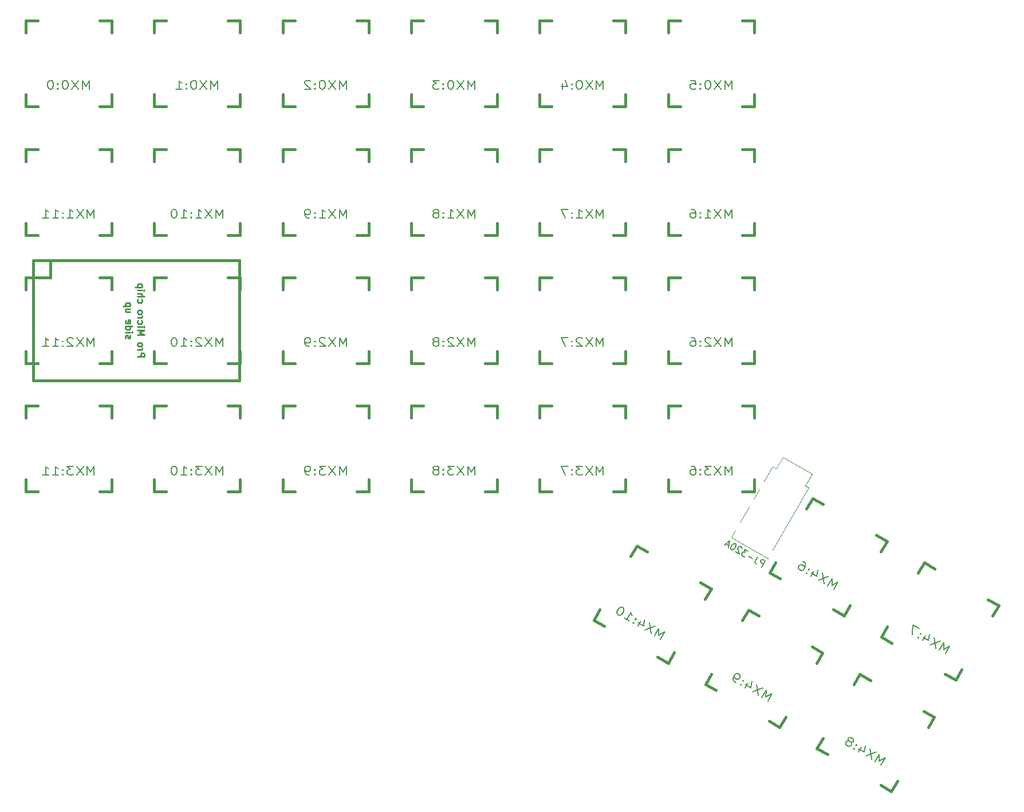
<source format=gbo>
G04 #@! TF.FileFunction,Legend,Bot*
%FSLAX46Y46*%
G04 Gerber Fmt 4.6, Leading zero omitted, Abs format (unit mm)*
G04 Created by KiCad (PCBNEW 4.0.7) date 2017 December 06, Wednesday 22:25:54*
%MOMM*%
%LPD*%
G01*
G04 APERTURE LIST*
%ADD10C,0.100000*%
%ADD11C,0.150000*%
%ADD12C,0.250000*%
%ADD13C,0.381000*%
%ADD14C,0.120000*%
%ADD15C,0.203200*%
G04 APERTURE END LIST*
D10*
D11*
X191474984Y-113451297D02*
X191974984Y-112585272D01*
X191645069Y-112394796D01*
X191538781Y-112388416D01*
X191473733Y-112405846D01*
X191384874Y-112464515D01*
X191313446Y-112588232D01*
X191307066Y-112694520D01*
X191324496Y-112759569D01*
X191383165Y-112848427D01*
X191713080Y-113038904D01*
X190861522Y-111942415D02*
X190504379Y-112561004D01*
X190474191Y-112708532D01*
X190509051Y-112838630D01*
X190608959Y-112951297D01*
X190691437Y-112998916D01*
X190139606Y-112240431D02*
X189479777Y-111859478D01*
X189459387Y-111132891D02*
X188923275Y-110823367D01*
X189021475Y-111319948D01*
X188897756Y-111248519D01*
X188791468Y-111242139D01*
X188726420Y-111259569D01*
X188637561Y-111318239D01*
X188518513Y-111524435D01*
X188512134Y-111630723D01*
X188529563Y-111695772D01*
X188588232Y-111784630D01*
X188835669Y-111927488D01*
X188941957Y-111933868D01*
X189007006Y-111916438D01*
X188545742Y-110715370D02*
X188528312Y-110650321D01*
X188469643Y-110561463D01*
X188263446Y-110442415D01*
X188157158Y-110436035D01*
X188092109Y-110453465D01*
X188003251Y-110512134D01*
X187955632Y-110594612D01*
X187925443Y-110742139D01*
X188134600Y-111522726D01*
X187598489Y-111213202D01*
X187562379Y-110037653D02*
X187479899Y-109990034D01*
X187373611Y-109983654D01*
X187308563Y-110001084D01*
X187219704Y-110059753D01*
X187083227Y-110200900D01*
X186964179Y-110407097D01*
X186910180Y-110595864D01*
X186903801Y-110702152D01*
X186921230Y-110767201D01*
X186979899Y-110856059D01*
X187062379Y-110903678D01*
X187168667Y-110910058D01*
X187233716Y-110892628D01*
X187322574Y-110833959D01*
X187459051Y-110692812D01*
X187578099Y-110486615D01*
X187632098Y-110297848D01*
X187638478Y-110191560D01*
X187621048Y-110126511D01*
X187562379Y-110037653D01*
X186586646Y-110299100D02*
X186174252Y-110061004D01*
X186526267Y-110594154D02*
X186737593Y-109561463D01*
X185948917Y-110260821D01*
D12*
X99172619Y-82357143D02*
X100172619Y-82357143D01*
X100172619Y-81976190D01*
X100125000Y-81880952D01*
X100077381Y-81833333D01*
X99982143Y-81785714D01*
X99839286Y-81785714D01*
X99744048Y-81833333D01*
X99696429Y-81880952D01*
X99648810Y-81976190D01*
X99648810Y-82357143D01*
X99172619Y-81357143D02*
X99839286Y-81357143D01*
X99648810Y-81357143D02*
X99744048Y-81309524D01*
X99791667Y-81261905D01*
X99839286Y-81166667D01*
X99839286Y-81071428D01*
X99172619Y-80595238D02*
X99220238Y-80690476D01*
X99267857Y-80738095D01*
X99363095Y-80785714D01*
X99648810Y-80785714D01*
X99744048Y-80738095D01*
X99791667Y-80690476D01*
X99839286Y-80595238D01*
X99839286Y-80452380D01*
X99791667Y-80357142D01*
X99744048Y-80309523D01*
X99648810Y-80261904D01*
X99363095Y-80261904D01*
X99267857Y-80309523D01*
X99220238Y-80357142D01*
X99172619Y-80452380D01*
X99172619Y-80595238D01*
X99172619Y-79071428D02*
X100172619Y-79071428D01*
X99458333Y-78738094D01*
X100172619Y-78404761D01*
X99172619Y-78404761D01*
X99172619Y-77928571D02*
X99839286Y-77928571D01*
X100172619Y-77928571D02*
X100125000Y-77976190D01*
X100077381Y-77928571D01*
X100125000Y-77880952D01*
X100172619Y-77928571D01*
X100077381Y-77928571D01*
X99220238Y-77023809D02*
X99172619Y-77119047D01*
X99172619Y-77309524D01*
X99220238Y-77404762D01*
X99267857Y-77452381D01*
X99363095Y-77500000D01*
X99648810Y-77500000D01*
X99744048Y-77452381D01*
X99791667Y-77404762D01*
X99839286Y-77309524D01*
X99839286Y-77119047D01*
X99791667Y-77023809D01*
X99172619Y-76595238D02*
X99839286Y-76595238D01*
X99648810Y-76595238D02*
X99744048Y-76547619D01*
X99791667Y-76500000D01*
X99839286Y-76404762D01*
X99839286Y-76309523D01*
X99172619Y-75833333D02*
X99220238Y-75928571D01*
X99267857Y-75976190D01*
X99363095Y-76023809D01*
X99648810Y-76023809D01*
X99744048Y-75976190D01*
X99791667Y-75928571D01*
X99839286Y-75833333D01*
X99839286Y-75690475D01*
X99791667Y-75595237D01*
X99744048Y-75547618D01*
X99648810Y-75499999D01*
X99363095Y-75499999D01*
X99267857Y-75547618D01*
X99220238Y-75595237D01*
X99172619Y-75690475D01*
X99172619Y-75833333D01*
X99220238Y-73880951D02*
X99172619Y-73976189D01*
X99172619Y-74166666D01*
X99220238Y-74261904D01*
X99267857Y-74309523D01*
X99363095Y-74357142D01*
X99648810Y-74357142D01*
X99744048Y-74309523D01*
X99791667Y-74261904D01*
X99839286Y-74166666D01*
X99839286Y-73976189D01*
X99791667Y-73880951D01*
X99172619Y-73452380D02*
X100172619Y-73452380D01*
X99172619Y-73023808D02*
X99696429Y-73023808D01*
X99791667Y-73071427D01*
X99839286Y-73166665D01*
X99839286Y-73309523D01*
X99791667Y-73404761D01*
X99744048Y-73452380D01*
X99172619Y-72547618D02*
X99839286Y-72547618D01*
X100172619Y-72547618D02*
X100125000Y-72595237D01*
X100077381Y-72547618D01*
X100125000Y-72499999D01*
X100172619Y-72547618D01*
X100077381Y-72547618D01*
X99839286Y-72071428D02*
X98839286Y-72071428D01*
X99791667Y-72071428D02*
X99839286Y-71976190D01*
X99839286Y-71785713D01*
X99791667Y-71690475D01*
X99744048Y-71642856D01*
X99648810Y-71595237D01*
X99363095Y-71595237D01*
X99267857Y-71642856D01*
X99220238Y-71690475D01*
X99172619Y-71785713D01*
X99172619Y-71976190D01*
X99220238Y-72071428D01*
X97470238Y-79619048D02*
X97422619Y-79523810D01*
X97422619Y-79333334D01*
X97470238Y-79238095D01*
X97565476Y-79190476D01*
X97613095Y-79190476D01*
X97708333Y-79238095D01*
X97755952Y-79333334D01*
X97755952Y-79476191D01*
X97803571Y-79571429D01*
X97898810Y-79619048D01*
X97946429Y-79619048D01*
X98041667Y-79571429D01*
X98089286Y-79476191D01*
X98089286Y-79333334D01*
X98041667Y-79238095D01*
X97422619Y-78761905D02*
X98089286Y-78761905D01*
X98422619Y-78761905D02*
X98375000Y-78809524D01*
X98327381Y-78761905D01*
X98375000Y-78714286D01*
X98422619Y-78761905D01*
X98327381Y-78761905D01*
X97422619Y-77857143D02*
X98422619Y-77857143D01*
X97470238Y-77857143D02*
X97422619Y-77952381D01*
X97422619Y-78142858D01*
X97470238Y-78238096D01*
X97517857Y-78285715D01*
X97613095Y-78333334D01*
X97898810Y-78333334D01*
X97994048Y-78285715D01*
X98041667Y-78238096D01*
X98089286Y-78142858D01*
X98089286Y-77952381D01*
X98041667Y-77857143D01*
X97470238Y-77000000D02*
X97422619Y-77095238D01*
X97422619Y-77285715D01*
X97470238Y-77380953D01*
X97565476Y-77428572D01*
X97946429Y-77428572D01*
X98041667Y-77380953D01*
X98089286Y-77285715D01*
X98089286Y-77095238D01*
X98041667Y-77000000D01*
X97946429Y-76952381D01*
X97851190Y-76952381D01*
X97755952Y-77428572D01*
X98089286Y-75333333D02*
X97422619Y-75333333D01*
X98089286Y-75761905D02*
X97565476Y-75761905D01*
X97470238Y-75714286D01*
X97422619Y-75619048D01*
X97422619Y-75476190D01*
X97470238Y-75380952D01*
X97517857Y-75333333D01*
X98089286Y-74857143D02*
X97089286Y-74857143D01*
X98041667Y-74857143D02*
X98089286Y-74761905D01*
X98089286Y-74571428D01*
X98041667Y-74476190D01*
X97994048Y-74428571D01*
X97898810Y-74380952D01*
X97613095Y-74380952D01*
X97517857Y-74428571D01*
X97470238Y-74476190D01*
X97422619Y-74571428D01*
X97422619Y-74761905D01*
X97470238Y-74857143D01*
D13*
X190350000Y-70650000D02*
X188572000Y-70650000D01*
X179428000Y-70650000D02*
X177650000Y-70650000D01*
X177650000Y-70650000D02*
X177650000Y-72428000D01*
X177650000Y-81572000D02*
X177650000Y-83350000D01*
X177650000Y-83350000D02*
X179428000Y-83350000D01*
X188572000Y-83350000D02*
X190350000Y-83350000D01*
X190350000Y-83350000D02*
X190350000Y-81572000D01*
X190350000Y-72428000D02*
X190350000Y-70650000D01*
X114350000Y-70650000D02*
X112572000Y-70650000D01*
X103428000Y-70650000D02*
X101650000Y-70650000D01*
X101650000Y-70650000D02*
X101650000Y-72428000D01*
X101650000Y-81572000D02*
X101650000Y-83350000D01*
X101650000Y-83350000D02*
X103428000Y-83350000D01*
X112572000Y-83350000D02*
X114350000Y-83350000D01*
X114350000Y-83350000D02*
X114350000Y-81572000D01*
X114350000Y-72428000D02*
X114350000Y-70650000D01*
X190350000Y-51650000D02*
X188572000Y-51650000D01*
X179428000Y-51650000D02*
X177650000Y-51650000D01*
X177650000Y-51650000D02*
X177650000Y-53428000D01*
X177650000Y-62572000D02*
X177650000Y-64350000D01*
X177650000Y-64350000D02*
X179428000Y-64350000D01*
X188572000Y-64350000D02*
X190350000Y-64350000D01*
X190350000Y-64350000D02*
X190350000Y-62572000D01*
X190350000Y-53428000D02*
X190350000Y-51650000D01*
X114350000Y-51650000D02*
X112572000Y-51650000D01*
X103428000Y-51650000D02*
X101650000Y-51650000D01*
X101650000Y-51650000D02*
X101650000Y-53428000D01*
X101650000Y-62572000D02*
X101650000Y-64350000D01*
X101650000Y-64350000D02*
X103428000Y-64350000D01*
X112572000Y-64350000D02*
X114350000Y-64350000D01*
X114350000Y-64350000D02*
X114350000Y-62572000D01*
X114350000Y-53428000D02*
X114350000Y-51650000D01*
X171350000Y-70650000D02*
X169572000Y-70650000D01*
X160428000Y-70650000D02*
X158650000Y-70650000D01*
X158650000Y-70650000D02*
X158650000Y-72428000D01*
X158650000Y-81572000D02*
X158650000Y-83350000D01*
X158650000Y-83350000D02*
X160428000Y-83350000D01*
X169572000Y-83350000D02*
X171350000Y-83350000D01*
X171350000Y-83350000D02*
X171350000Y-81572000D01*
X171350000Y-72428000D02*
X171350000Y-70650000D01*
X95350000Y-70650000D02*
X93572000Y-70650000D01*
X84428000Y-70650000D02*
X82650000Y-70650000D01*
X82650000Y-70650000D02*
X82650000Y-72428000D01*
X82650000Y-81572000D02*
X82650000Y-83350000D01*
X82650000Y-83350000D02*
X84428000Y-83350000D01*
X93572000Y-83350000D02*
X95350000Y-83350000D01*
X95350000Y-83350000D02*
X95350000Y-81572000D01*
X95350000Y-72428000D02*
X95350000Y-70650000D01*
D14*
X197881986Y-101429088D02*
X198881986Y-99697037D01*
X193551859Y-98929088D02*
X194551859Y-97197037D01*
X194551859Y-97197037D02*
X198881986Y-99697037D01*
X197881986Y-101429088D02*
X198401602Y-101729088D01*
X193032244Y-98629088D02*
X193551859Y-98929088D01*
X192351602Y-112207995D02*
X186982244Y-109107995D01*
X193032244Y-98629088D02*
X191782244Y-100794152D01*
X191082244Y-102006587D02*
X190282244Y-103392228D01*
X189582244Y-104604663D02*
X188282244Y-106856329D01*
X187582244Y-108068765D02*
X186982244Y-109107995D01*
X192401602Y-112121393D02*
X192351602Y-112207995D01*
X193101602Y-110908957D02*
X198401602Y-101729088D01*
D13*
X95350000Y-51650000D02*
X93572000Y-51650000D01*
X84428000Y-51650000D02*
X82650000Y-51650000D01*
X82650000Y-51650000D02*
X82650000Y-53428000D01*
X82650000Y-62572000D02*
X82650000Y-64350000D01*
X82650000Y-64350000D02*
X84428000Y-64350000D01*
X93572000Y-64350000D02*
X95350000Y-64350000D01*
X95350000Y-64350000D02*
X95350000Y-62572000D01*
X95350000Y-53428000D02*
X95350000Y-51650000D01*
X133350000Y-51650000D02*
X131572000Y-51650000D01*
X122428000Y-51650000D02*
X120650000Y-51650000D01*
X120650000Y-51650000D02*
X120650000Y-53428000D01*
X120650000Y-62572000D02*
X120650000Y-64350000D01*
X120650000Y-64350000D02*
X122428000Y-64350000D01*
X131572000Y-64350000D02*
X133350000Y-64350000D01*
X133350000Y-64350000D02*
X133350000Y-62572000D01*
X133350000Y-53428000D02*
X133350000Y-51650000D01*
X152350000Y-51650000D02*
X150572000Y-51650000D01*
X141428000Y-51650000D02*
X139650000Y-51650000D01*
X139650000Y-51650000D02*
X139650000Y-53428000D01*
X139650000Y-62572000D02*
X139650000Y-64350000D01*
X139650000Y-64350000D02*
X141428000Y-64350000D01*
X150572000Y-64350000D02*
X152350000Y-64350000D01*
X152350000Y-64350000D02*
X152350000Y-62572000D01*
X152350000Y-53428000D02*
X152350000Y-51650000D01*
X171350000Y-51650000D02*
X169572000Y-51650000D01*
X160428000Y-51650000D02*
X158650000Y-51650000D01*
X158650000Y-51650000D02*
X158650000Y-53428000D01*
X158650000Y-62572000D02*
X158650000Y-64350000D01*
X158650000Y-64350000D02*
X160428000Y-64350000D01*
X169572000Y-64350000D02*
X171350000Y-64350000D01*
X171350000Y-64350000D02*
X171350000Y-62572000D01*
X171350000Y-53428000D02*
X171350000Y-51650000D01*
X133350000Y-70650000D02*
X131572000Y-70650000D01*
X122428000Y-70650000D02*
X120650000Y-70650000D01*
X120650000Y-70650000D02*
X120650000Y-72428000D01*
X120650000Y-81572000D02*
X120650000Y-83350000D01*
X120650000Y-83350000D02*
X122428000Y-83350000D01*
X131572000Y-83350000D02*
X133350000Y-83350000D01*
X133350000Y-83350000D02*
X133350000Y-81572000D01*
X133350000Y-72428000D02*
X133350000Y-70650000D01*
X152350000Y-70650000D02*
X150572000Y-70650000D01*
X141428000Y-70650000D02*
X139650000Y-70650000D01*
X139650000Y-70650000D02*
X139650000Y-72428000D01*
X139650000Y-81572000D02*
X139650000Y-83350000D01*
X139650000Y-83350000D02*
X141428000Y-83350000D01*
X150572000Y-83350000D02*
X152350000Y-83350000D01*
X152350000Y-83350000D02*
X152350000Y-81572000D01*
X152350000Y-72428000D02*
X152350000Y-70650000D01*
X95350000Y-89650000D02*
X93572000Y-89650000D01*
X84428000Y-89650000D02*
X82650000Y-89650000D01*
X82650000Y-89650000D02*
X82650000Y-91428000D01*
X82650000Y-100572000D02*
X82650000Y-102350000D01*
X82650000Y-102350000D02*
X84428000Y-102350000D01*
X93572000Y-102350000D02*
X95350000Y-102350000D01*
X95350000Y-102350000D02*
X95350000Y-100572000D01*
X95350000Y-91428000D02*
X95350000Y-89650000D01*
X114350000Y-89650000D02*
X112572000Y-89650000D01*
X103428000Y-89650000D02*
X101650000Y-89650000D01*
X101650000Y-89650000D02*
X101650000Y-91428000D01*
X101650000Y-100572000D02*
X101650000Y-102350000D01*
X101650000Y-102350000D02*
X103428000Y-102350000D01*
X112572000Y-102350000D02*
X114350000Y-102350000D01*
X114350000Y-102350000D02*
X114350000Y-100572000D01*
X114350000Y-91428000D02*
X114350000Y-89650000D01*
X133350000Y-89650000D02*
X131572000Y-89650000D01*
X122428000Y-89650000D02*
X120650000Y-89650000D01*
X120650000Y-89650000D02*
X120650000Y-91428000D01*
X120650000Y-100572000D02*
X120650000Y-102350000D01*
X120650000Y-102350000D02*
X122428000Y-102350000D01*
X131572000Y-102350000D02*
X133350000Y-102350000D01*
X133350000Y-102350000D02*
X133350000Y-100572000D01*
X133350000Y-91428000D02*
X133350000Y-89650000D01*
X152350000Y-89650000D02*
X150572000Y-89650000D01*
X141428000Y-89650000D02*
X139650000Y-89650000D01*
X139650000Y-89650000D02*
X139650000Y-91428000D01*
X139650000Y-100572000D02*
X139650000Y-102350000D01*
X139650000Y-102350000D02*
X141428000Y-102350000D01*
X150572000Y-102350000D02*
X152350000Y-102350000D01*
X152350000Y-102350000D02*
X152350000Y-100572000D01*
X152350000Y-91428000D02*
X152350000Y-89650000D01*
X171350000Y-89650000D02*
X169572000Y-89650000D01*
X160428000Y-89650000D02*
X158650000Y-89650000D01*
X158650000Y-89650000D02*
X158650000Y-91428000D01*
X158650000Y-100572000D02*
X158650000Y-102350000D01*
X158650000Y-102350000D02*
X160428000Y-102350000D01*
X169572000Y-102350000D02*
X171350000Y-102350000D01*
X171350000Y-102350000D02*
X171350000Y-100572000D01*
X171350000Y-91428000D02*
X171350000Y-89650000D01*
X190350000Y-89650000D02*
X188572000Y-89650000D01*
X179428000Y-89650000D02*
X177650000Y-89650000D01*
X177650000Y-89650000D02*
X177650000Y-91428000D01*
X177650000Y-100572000D02*
X177650000Y-102350000D01*
X177650000Y-102350000D02*
X179428000Y-102350000D01*
X188572000Y-102350000D02*
X190350000Y-102350000D01*
X190350000Y-102350000D02*
X190350000Y-100572000D01*
X190350000Y-91428000D02*
X190350000Y-89650000D01*
X183974261Y-116675739D02*
X182434468Y-115786739D01*
X174515532Y-111214739D02*
X172975739Y-110325739D01*
X172975739Y-110325739D02*
X172086739Y-111865532D01*
X167514739Y-119784468D02*
X166625739Y-121324261D01*
X166625739Y-121324261D02*
X168165532Y-122213261D01*
X176084468Y-126785261D02*
X177624261Y-127674261D01*
X177624261Y-127674261D02*
X178513261Y-126134468D01*
X183085261Y-118215532D02*
X183974261Y-116675739D01*
X200474261Y-126175739D02*
X198934468Y-125286739D01*
X191015532Y-120714739D02*
X189475739Y-119825739D01*
X189475739Y-119825739D02*
X188586739Y-121365532D01*
X184014739Y-129284468D02*
X183125739Y-130824261D01*
X183125739Y-130824261D02*
X184665532Y-131713261D01*
X192584468Y-136285261D02*
X194124261Y-137174261D01*
X194124261Y-137174261D02*
X195013261Y-135634468D01*
X199585261Y-127715532D02*
X200474261Y-126175739D01*
X216974261Y-135675739D02*
X215434468Y-134786739D01*
X207515532Y-130214739D02*
X205975739Y-129325739D01*
X205975739Y-129325739D02*
X205086739Y-130865532D01*
X200514739Y-138784468D02*
X199625739Y-140324261D01*
X199625739Y-140324261D02*
X201165532Y-141213261D01*
X209084468Y-145785261D02*
X210624261Y-146674261D01*
X210624261Y-146674261D02*
X211513261Y-145134468D01*
X216085261Y-137215532D02*
X216974261Y-135675739D01*
X226474261Y-119175739D02*
X224934468Y-118286739D01*
X217015532Y-113714739D02*
X215475739Y-112825739D01*
X215475739Y-112825739D02*
X214586739Y-114365532D01*
X210014739Y-122284468D02*
X209125739Y-123824261D01*
X209125739Y-123824261D02*
X210665532Y-124713261D01*
X218584468Y-129285261D02*
X220124261Y-130174261D01*
X220124261Y-130174261D02*
X221013261Y-128634468D01*
X225585261Y-120715532D02*
X226474261Y-119175739D01*
X209974261Y-109675739D02*
X208434468Y-108786739D01*
X200515532Y-104214739D02*
X198975739Y-103325739D01*
X198975739Y-103325739D02*
X198086739Y-104865532D01*
X193514739Y-112784468D02*
X192625739Y-114324261D01*
X192625739Y-114324261D02*
X194165532Y-115213261D01*
X202084468Y-119785261D02*
X203624261Y-120674261D01*
X203624261Y-120674261D02*
X204513261Y-119134468D01*
X209085261Y-111215532D02*
X209974261Y-109675739D01*
X83760000Y-85890000D02*
X83760000Y-68110000D01*
X83760000Y-68110000D02*
X114240000Y-68110000D01*
X114240000Y-68110000D02*
X114240000Y-85890000D01*
X114240000Y-85890000D02*
X83760000Y-85890000D01*
X83760000Y-70650000D02*
X86300000Y-70650000D01*
X86300000Y-70650000D02*
X86300000Y-68110000D01*
X95350000Y-32650000D02*
X93572000Y-32650000D01*
X84428000Y-32650000D02*
X82650000Y-32650000D01*
X82650000Y-32650000D02*
X82650000Y-34428000D01*
X82650000Y-43572000D02*
X82650000Y-45350000D01*
X82650000Y-45350000D02*
X84428000Y-45350000D01*
X93572000Y-45350000D02*
X95350000Y-45350000D01*
X95350000Y-45350000D02*
X95350000Y-43572000D01*
X95350000Y-34428000D02*
X95350000Y-32650000D01*
X114350000Y-32650000D02*
X112572000Y-32650000D01*
X103428000Y-32650000D02*
X101650000Y-32650000D01*
X101650000Y-32650000D02*
X101650000Y-34428000D01*
X101650000Y-43572000D02*
X101650000Y-45350000D01*
X101650000Y-45350000D02*
X103428000Y-45350000D01*
X112572000Y-45350000D02*
X114350000Y-45350000D01*
X114350000Y-45350000D02*
X114350000Y-43572000D01*
X114350000Y-34428000D02*
X114350000Y-32650000D01*
X133350000Y-32650000D02*
X131572000Y-32650000D01*
X122428000Y-32650000D02*
X120650000Y-32650000D01*
X120650000Y-32650000D02*
X120650000Y-34428000D01*
X120650000Y-43572000D02*
X120650000Y-45350000D01*
X120650000Y-45350000D02*
X122428000Y-45350000D01*
X131572000Y-45350000D02*
X133350000Y-45350000D01*
X133350000Y-45350000D02*
X133350000Y-43572000D01*
X133350000Y-34428000D02*
X133350000Y-32650000D01*
X152350000Y-32650000D02*
X150572000Y-32650000D01*
X141428000Y-32650000D02*
X139650000Y-32650000D01*
X139650000Y-32650000D02*
X139650000Y-34428000D01*
X139650000Y-43572000D02*
X139650000Y-45350000D01*
X139650000Y-45350000D02*
X141428000Y-45350000D01*
X150572000Y-45350000D02*
X152350000Y-45350000D01*
X152350000Y-45350000D02*
X152350000Y-43572000D01*
X152350000Y-34428000D02*
X152350000Y-32650000D01*
X171350000Y-32650000D02*
X169572000Y-32650000D01*
X160428000Y-32650000D02*
X158650000Y-32650000D01*
X158650000Y-32650000D02*
X158650000Y-34428000D01*
X158650000Y-43572000D02*
X158650000Y-45350000D01*
X158650000Y-45350000D02*
X160428000Y-45350000D01*
X169572000Y-45350000D02*
X171350000Y-45350000D01*
X171350000Y-45350000D02*
X171350000Y-43572000D01*
X171350000Y-34428000D02*
X171350000Y-32650000D01*
X190350000Y-32650000D02*
X188572000Y-32650000D01*
X179428000Y-32650000D02*
X177650000Y-32650000D01*
X177650000Y-32650000D02*
X177650000Y-34428000D01*
X177650000Y-43572000D02*
X177650000Y-45350000D01*
X177650000Y-45350000D02*
X179428000Y-45350000D01*
X188572000Y-45350000D02*
X190350000Y-45350000D01*
X190350000Y-45350000D02*
X190350000Y-43572000D01*
X190350000Y-34428000D02*
X190350000Y-32650000D01*
D15*
X187048000Y-80824524D02*
X187048000Y-79554524D01*
X186540000Y-80461667D01*
X186032000Y-79554524D01*
X186032000Y-80824524D01*
X185451429Y-79554524D02*
X184435429Y-80824524D01*
X184435429Y-79554524D02*
X185451429Y-80824524D01*
X183927428Y-79675476D02*
X183854857Y-79615000D01*
X183709714Y-79554524D01*
X183346857Y-79554524D01*
X183201714Y-79615000D01*
X183129143Y-79675476D01*
X183056571Y-79796429D01*
X183056571Y-79917381D01*
X183129143Y-80098810D01*
X184000000Y-80824524D01*
X183056571Y-80824524D01*
X182403428Y-80703571D02*
X182330856Y-80764048D01*
X182403428Y-80824524D01*
X182475999Y-80764048D01*
X182403428Y-80703571D01*
X182403428Y-80824524D01*
X182403428Y-80038333D02*
X182330856Y-80098810D01*
X182403428Y-80159286D01*
X182475999Y-80098810D01*
X182403428Y-80038333D01*
X182403428Y-80159286D01*
X181024571Y-79554524D02*
X181314857Y-79554524D01*
X181460000Y-79615000D01*
X181532571Y-79675476D01*
X181677714Y-79856905D01*
X181750285Y-80098810D01*
X181750285Y-80582619D01*
X181677714Y-80703571D01*
X181605142Y-80764048D01*
X181460000Y-80824524D01*
X181169714Y-80824524D01*
X181024571Y-80764048D01*
X180952000Y-80703571D01*
X180879428Y-80582619D01*
X180879428Y-80280238D01*
X180952000Y-80159286D01*
X181024571Y-80098810D01*
X181169714Y-80038333D01*
X181460000Y-80038333D01*
X181605142Y-80098810D01*
X181677714Y-80159286D01*
X181750285Y-80280238D01*
X111773715Y-80824524D02*
X111773715Y-79554524D01*
X111265715Y-80461667D01*
X110757715Y-79554524D01*
X110757715Y-80824524D01*
X110177144Y-79554524D02*
X109161144Y-80824524D01*
X109161144Y-79554524D02*
X110177144Y-80824524D01*
X108653143Y-79675476D02*
X108580572Y-79615000D01*
X108435429Y-79554524D01*
X108072572Y-79554524D01*
X107927429Y-79615000D01*
X107854858Y-79675476D01*
X107782286Y-79796429D01*
X107782286Y-79917381D01*
X107854858Y-80098810D01*
X108725715Y-80824524D01*
X107782286Y-80824524D01*
X107129143Y-80703571D02*
X107056571Y-80764048D01*
X107129143Y-80824524D01*
X107201714Y-80764048D01*
X107129143Y-80703571D01*
X107129143Y-80824524D01*
X107129143Y-80038333D02*
X107056571Y-80098810D01*
X107129143Y-80159286D01*
X107201714Y-80098810D01*
X107129143Y-80038333D01*
X107129143Y-80159286D01*
X105605143Y-80824524D02*
X106476000Y-80824524D01*
X106040572Y-80824524D02*
X106040572Y-79554524D01*
X106185715Y-79735952D01*
X106330857Y-79856905D01*
X106476000Y-79917381D01*
X104661714Y-79554524D02*
X104516571Y-79554524D01*
X104371428Y-79615000D01*
X104298857Y-79675476D01*
X104226286Y-79796429D01*
X104153714Y-80038333D01*
X104153714Y-80340714D01*
X104226286Y-80582619D01*
X104298857Y-80703571D01*
X104371428Y-80764048D01*
X104516571Y-80824524D01*
X104661714Y-80824524D01*
X104806857Y-80764048D01*
X104879428Y-80703571D01*
X104952000Y-80582619D01*
X105024571Y-80340714D01*
X105024571Y-80038333D01*
X104952000Y-79796429D01*
X104879428Y-79675476D01*
X104806857Y-79615000D01*
X104661714Y-79554524D01*
X187048000Y-61824524D02*
X187048000Y-60554524D01*
X186540000Y-61461667D01*
X186032000Y-60554524D01*
X186032000Y-61824524D01*
X185451429Y-60554524D02*
X184435429Y-61824524D01*
X184435429Y-60554524D02*
X185451429Y-61824524D01*
X183056571Y-61824524D02*
X183927428Y-61824524D01*
X183492000Y-61824524D02*
X183492000Y-60554524D01*
X183637143Y-60735952D01*
X183782285Y-60856905D01*
X183927428Y-60917381D01*
X182403428Y-61703571D02*
X182330856Y-61764048D01*
X182403428Y-61824524D01*
X182475999Y-61764048D01*
X182403428Y-61703571D01*
X182403428Y-61824524D01*
X182403428Y-61038333D02*
X182330856Y-61098810D01*
X182403428Y-61159286D01*
X182475999Y-61098810D01*
X182403428Y-61038333D01*
X182403428Y-61159286D01*
X181024571Y-60554524D02*
X181314857Y-60554524D01*
X181460000Y-60615000D01*
X181532571Y-60675476D01*
X181677714Y-60856905D01*
X181750285Y-61098810D01*
X181750285Y-61582619D01*
X181677714Y-61703571D01*
X181605142Y-61764048D01*
X181460000Y-61824524D01*
X181169714Y-61824524D01*
X181024571Y-61764048D01*
X180952000Y-61703571D01*
X180879428Y-61582619D01*
X180879428Y-61280238D01*
X180952000Y-61159286D01*
X181024571Y-61098810D01*
X181169714Y-61038333D01*
X181460000Y-61038333D01*
X181605142Y-61098810D01*
X181677714Y-61159286D01*
X181750285Y-61280238D01*
X111773715Y-61824524D02*
X111773715Y-60554524D01*
X111265715Y-61461667D01*
X110757715Y-60554524D01*
X110757715Y-61824524D01*
X110177144Y-60554524D02*
X109161144Y-61824524D01*
X109161144Y-60554524D02*
X110177144Y-61824524D01*
X107782286Y-61824524D02*
X108653143Y-61824524D01*
X108217715Y-61824524D02*
X108217715Y-60554524D01*
X108362858Y-60735952D01*
X108508000Y-60856905D01*
X108653143Y-60917381D01*
X107129143Y-61703571D02*
X107056571Y-61764048D01*
X107129143Y-61824524D01*
X107201714Y-61764048D01*
X107129143Y-61703571D01*
X107129143Y-61824524D01*
X107129143Y-61038333D02*
X107056571Y-61098810D01*
X107129143Y-61159286D01*
X107201714Y-61098810D01*
X107129143Y-61038333D01*
X107129143Y-61159286D01*
X105605143Y-61824524D02*
X106476000Y-61824524D01*
X106040572Y-61824524D02*
X106040572Y-60554524D01*
X106185715Y-60735952D01*
X106330857Y-60856905D01*
X106476000Y-60917381D01*
X104661714Y-60554524D02*
X104516571Y-60554524D01*
X104371428Y-60615000D01*
X104298857Y-60675476D01*
X104226286Y-60796429D01*
X104153714Y-61038333D01*
X104153714Y-61340714D01*
X104226286Y-61582619D01*
X104298857Y-61703571D01*
X104371428Y-61764048D01*
X104516571Y-61824524D01*
X104661714Y-61824524D01*
X104806857Y-61764048D01*
X104879428Y-61703571D01*
X104952000Y-61582619D01*
X105024571Y-61340714D01*
X105024571Y-61038333D01*
X104952000Y-60796429D01*
X104879428Y-60675476D01*
X104806857Y-60615000D01*
X104661714Y-60554524D01*
X168048000Y-80824524D02*
X168048000Y-79554524D01*
X167540000Y-80461667D01*
X167032000Y-79554524D01*
X167032000Y-80824524D01*
X166451429Y-79554524D02*
X165435429Y-80824524D01*
X165435429Y-79554524D02*
X166451429Y-80824524D01*
X164927428Y-79675476D02*
X164854857Y-79615000D01*
X164709714Y-79554524D01*
X164346857Y-79554524D01*
X164201714Y-79615000D01*
X164129143Y-79675476D01*
X164056571Y-79796429D01*
X164056571Y-79917381D01*
X164129143Y-80098810D01*
X165000000Y-80824524D01*
X164056571Y-80824524D01*
X163403428Y-80703571D02*
X163330856Y-80764048D01*
X163403428Y-80824524D01*
X163475999Y-80764048D01*
X163403428Y-80703571D01*
X163403428Y-80824524D01*
X163403428Y-80038333D02*
X163330856Y-80098810D01*
X163403428Y-80159286D01*
X163475999Y-80098810D01*
X163403428Y-80038333D01*
X163403428Y-80159286D01*
X162822857Y-79554524D02*
X161806857Y-79554524D01*
X162460000Y-80824524D01*
X92773715Y-80824524D02*
X92773715Y-79554524D01*
X92265715Y-80461667D01*
X91757715Y-79554524D01*
X91757715Y-80824524D01*
X91177144Y-79554524D02*
X90161144Y-80824524D01*
X90161144Y-79554524D02*
X91177144Y-80824524D01*
X89653143Y-79675476D02*
X89580572Y-79615000D01*
X89435429Y-79554524D01*
X89072572Y-79554524D01*
X88927429Y-79615000D01*
X88854858Y-79675476D01*
X88782286Y-79796429D01*
X88782286Y-79917381D01*
X88854858Y-80098810D01*
X89725715Y-80824524D01*
X88782286Y-80824524D01*
X88129143Y-80703571D02*
X88056571Y-80764048D01*
X88129143Y-80824524D01*
X88201714Y-80764048D01*
X88129143Y-80703571D01*
X88129143Y-80824524D01*
X88129143Y-80038333D02*
X88056571Y-80098810D01*
X88129143Y-80159286D01*
X88201714Y-80098810D01*
X88129143Y-80038333D01*
X88129143Y-80159286D01*
X86605143Y-80824524D02*
X87476000Y-80824524D01*
X87040572Y-80824524D02*
X87040572Y-79554524D01*
X87185715Y-79735952D01*
X87330857Y-79856905D01*
X87476000Y-79917381D01*
X85153714Y-80824524D02*
X86024571Y-80824524D01*
X85589143Y-80824524D02*
X85589143Y-79554524D01*
X85734286Y-79735952D01*
X85879428Y-79856905D01*
X86024571Y-79917381D01*
X92773715Y-61824524D02*
X92773715Y-60554524D01*
X92265715Y-61461667D01*
X91757715Y-60554524D01*
X91757715Y-61824524D01*
X91177144Y-60554524D02*
X90161144Y-61824524D01*
X90161144Y-60554524D02*
X91177144Y-61824524D01*
X88782286Y-61824524D02*
X89653143Y-61824524D01*
X89217715Y-61824524D02*
X89217715Y-60554524D01*
X89362858Y-60735952D01*
X89508000Y-60856905D01*
X89653143Y-60917381D01*
X88129143Y-61703571D02*
X88056571Y-61764048D01*
X88129143Y-61824524D01*
X88201714Y-61764048D01*
X88129143Y-61703571D01*
X88129143Y-61824524D01*
X88129143Y-61038333D02*
X88056571Y-61098810D01*
X88129143Y-61159286D01*
X88201714Y-61098810D01*
X88129143Y-61038333D01*
X88129143Y-61159286D01*
X86605143Y-61824524D02*
X87476000Y-61824524D01*
X87040572Y-61824524D02*
X87040572Y-60554524D01*
X87185715Y-60735952D01*
X87330857Y-60856905D01*
X87476000Y-60917381D01*
X85153714Y-61824524D02*
X86024571Y-61824524D01*
X85589143Y-61824524D02*
X85589143Y-60554524D01*
X85734286Y-60735952D01*
X85879428Y-60856905D01*
X86024571Y-60917381D01*
X130048000Y-61824524D02*
X130048000Y-60554524D01*
X129540000Y-61461667D01*
X129032000Y-60554524D01*
X129032000Y-61824524D01*
X128451429Y-60554524D02*
X127435429Y-61824524D01*
X127435429Y-60554524D02*
X128451429Y-61824524D01*
X126056571Y-61824524D02*
X126927428Y-61824524D01*
X126492000Y-61824524D02*
X126492000Y-60554524D01*
X126637143Y-60735952D01*
X126782285Y-60856905D01*
X126927428Y-60917381D01*
X125403428Y-61703571D02*
X125330856Y-61764048D01*
X125403428Y-61824524D01*
X125475999Y-61764048D01*
X125403428Y-61703571D01*
X125403428Y-61824524D01*
X125403428Y-61038333D02*
X125330856Y-61098810D01*
X125403428Y-61159286D01*
X125475999Y-61098810D01*
X125403428Y-61038333D01*
X125403428Y-61159286D01*
X124605142Y-61824524D02*
X124314857Y-61824524D01*
X124169714Y-61764048D01*
X124097142Y-61703571D01*
X123952000Y-61522143D01*
X123879428Y-61280238D01*
X123879428Y-60796429D01*
X123952000Y-60675476D01*
X124024571Y-60615000D01*
X124169714Y-60554524D01*
X124460000Y-60554524D01*
X124605142Y-60615000D01*
X124677714Y-60675476D01*
X124750285Y-60796429D01*
X124750285Y-61098810D01*
X124677714Y-61219762D01*
X124605142Y-61280238D01*
X124460000Y-61340714D01*
X124169714Y-61340714D01*
X124024571Y-61280238D01*
X123952000Y-61219762D01*
X123879428Y-61098810D01*
X149048000Y-61824524D02*
X149048000Y-60554524D01*
X148540000Y-61461667D01*
X148032000Y-60554524D01*
X148032000Y-61824524D01*
X147451429Y-60554524D02*
X146435429Y-61824524D01*
X146435429Y-60554524D02*
X147451429Y-61824524D01*
X145056571Y-61824524D02*
X145927428Y-61824524D01*
X145492000Y-61824524D02*
X145492000Y-60554524D01*
X145637143Y-60735952D01*
X145782285Y-60856905D01*
X145927428Y-60917381D01*
X144403428Y-61703571D02*
X144330856Y-61764048D01*
X144403428Y-61824524D01*
X144475999Y-61764048D01*
X144403428Y-61703571D01*
X144403428Y-61824524D01*
X144403428Y-61038333D02*
X144330856Y-61098810D01*
X144403428Y-61159286D01*
X144475999Y-61098810D01*
X144403428Y-61038333D01*
X144403428Y-61159286D01*
X143460000Y-61098810D02*
X143605142Y-61038333D01*
X143677714Y-60977857D01*
X143750285Y-60856905D01*
X143750285Y-60796429D01*
X143677714Y-60675476D01*
X143605142Y-60615000D01*
X143460000Y-60554524D01*
X143169714Y-60554524D01*
X143024571Y-60615000D01*
X142952000Y-60675476D01*
X142879428Y-60796429D01*
X142879428Y-60856905D01*
X142952000Y-60977857D01*
X143024571Y-61038333D01*
X143169714Y-61098810D01*
X143460000Y-61098810D01*
X143605142Y-61159286D01*
X143677714Y-61219762D01*
X143750285Y-61340714D01*
X143750285Y-61582619D01*
X143677714Y-61703571D01*
X143605142Y-61764048D01*
X143460000Y-61824524D01*
X143169714Y-61824524D01*
X143024571Y-61764048D01*
X142952000Y-61703571D01*
X142879428Y-61582619D01*
X142879428Y-61340714D01*
X142952000Y-61219762D01*
X143024571Y-61159286D01*
X143169714Y-61098810D01*
X168048000Y-61824524D02*
X168048000Y-60554524D01*
X167540000Y-61461667D01*
X167032000Y-60554524D01*
X167032000Y-61824524D01*
X166451429Y-60554524D02*
X165435429Y-61824524D01*
X165435429Y-60554524D02*
X166451429Y-61824524D01*
X164056571Y-61824524D02*
X164927428Y-61824524D01*
X164492000Y-61824524D02*
X164492000Y-60554524D01*
X164637143Y-60735952D01*
X164782285Y-60856905D01*
X164927428Y-60917381D01*
X163403428Y-61703571D02*
X163330856Y-61764048D01*
X163403428Y-61824524D01*
X163475999Y-61764048D01*
X163403428Y-61703571D01*
X163403428Y-61824524D01*
X163403428Y-61038333D02*
X163330856Y-61098810D01*
X163403428Y-61159286D01*
X163475999Y-61098810D01*
X163403428Y-61038333D01*
X163403428Y-61159286D01*
X162822857Y-60554524D02*
X161806857Y-60554524D01*
X162460000Y-61824524D01*
X130048000Y-80824524D02*
X130048000Y-79554524D01*
X129540000Y-80461667D01*
X129032000Y-79554524D01*
X129032000Y-80824524D01*
X128451429Y-79554524D02*
X127435429Y-80824524D01*
X127435429Y-79554524D02*
X128451429Y-80824524D01*
X126927428Y-79675476D02*
X126854857Y-79615000D01*
X126709714Y-79554524D01*
X126346857Y-79554524D01*
X126201714Y-79615000D01*
X126129143Y-79675476D01*
X126056571Y-79796429D01*
X126056571Y-79917381D01*
X126129143Y-80098810D01*
X127000000Y-80824524D01*
X126056571Y-80824524D01*
X125403428Y-80703571D02*
X125330856Y-80764048D01*
X125403428Y-80824524D01*
X125475999Y-80764048D01*
X125403428Y-80703571D01*
X125403428Y-80824524D01*
X125403428Y-80038333D02*
X125330856Y-80098810D01*
X125403428Y-80159286D01*
X125475999Y-80098810D01*
X125403428Y-80038333D01*
X125403428Y-80159286D01*
X124605142Y-80824524D02*
X124314857Y-80824524D01*
X124169714Y-80764048D01*
X124097142Y-80703571D01*
X123952000Y-80522143D01*
X123879428Y-80280238D01*
X123879428Y-79796429D01*
X123952000Y-79675476D01*
X124024571Y-79615000D01*
X124169714Y-79554524D01*
X124460000Y-79554524D01*
X124605142Y-79615000D01*
X124677714Y-79675476D01*
X124750285Y-79796429D01*
X124750285Y-80098810D01*
X124677714Y-80219762D01*
X124605142Y-80280238D01*
X124460000Y-80340714D01*
X124169714Y-80340714D01*
X124024571Y-80280238D01*
X123952000Y-80219762D01*
X123879428Y-80098810D01*
X149048000Y-80824524D02*
X149048000Y-79554524D01*
X148540000Y-80461667D01*
X148032000Y-79554524D01*
X148032000Y-80824524D01*
X147451429Y-79554524D02*
X146435429Y-80824524D01*
X146435429Y-79554524D02*
X147451429Y-80824524D01*
X145927428Y-79675476D02*
X145854857Y-79615000D01*
X145709714Y-79554524D01*
X145346857Y-79554524D01*
X145201714Y-79615000D01*
X145129143Y-79675476D01*
X145056571Y-79796429D01*
X145056571Y-79917381D01*
X145129143Y-80098810D01*
X146000000Y-80824524D01*
X145056571Y-80824524D01*
X144403428Y-80703571D02*
X144330856Y-80764048D01*
X144403428Y-80824524D01*
X144475999Y-80764048D01*
X144403428Y-80703571D01*
X144403428Y-80824524D01*
X144403428Y-80038333D02*
X144330856Y-80098810D01*
X144403428Y-80159286D01*
X144475999Y-80098810D01*
X144403428Y-80038333D01*
X144403428Y-80159286D01*
X143460000Y-80098810D02*
X143605142Y-80038333D01*
X143677714Y-79977857D01*
X143750285Y-79856905D01*
X143750285Y-79796429D01*
X143677714Y-79675476D01*
X143605142Y-79615000D01*
X143460000Y-79554524D01*
X143169714Y-79554524D01*
X143024571Y-79615000D01*
X142952000Y-79675476D01*
X142879428Y-79796429D01*
X142879428Y-79856905D01*
X142952000Y-79977857D01*
X143024571Y-80038333D01*
X143169714Y-80098810D01*
X143460000Y-80098810D01*
X143605142Y-80159286D01*
X143677714Y-80219762D01*
X143750285Y-80340714D01*
X143750285Y-80582619D01*
X143677714Y-80703571D01*
X143605142Y-80764048D01*
X143460000Y-80824524D01*
X143169714Y-80824524D01*
X143024571Y-80764048D01*
X142952000Y-80703571D01*
X142879428Y-80582619D01*
X142879428Y-80340714D01*
X142952000Y-80219762D01*
X143024571Y-80159286D01*
X143169714Y-80098810D01*
X92773715Y-99824524D02*
X92773715Y-98554524D01*
X92265715Y-99461667D01*
X91757715Y-98554524D01*
X91757715Y-99824524D01*
X91177144Y-98554524D02*
X90161144Y-99824524D01*
X90161144Y-98554524D02*
X91177144Y-99824524D01*
X89725715Y-98554524D02*
X88782286Y-98554524D01*
X89290286Y-99038333D01*
X89072572Y-99038333D01*
X88927429Y-99098810D01*
X88854858Y-99159286D01*
X88782286Y-99280238D01*
X88782286Y-99582619D01*
X88854858Y-99703571D01*
X88927429Y-99764048D01*
X89072572Y-99824524D01*
X89508000Y-99824524D01*
X89653143Y-99764048D01*
X89725715Y-99703571D01*
X88129143Y-99703571D02*
X88056571Y-99764048D01*
X88129143Y-99824524D01*
X88201714Y-99764048D01*
X88129143Y-99703571D01*
X88129143Y-99824524D01*
X88129143Y-99038333D02*
X88056571Y-99098810D01*
X88129143Y-99159286D01*
X88201714Y-99098810D01*
X88129143Y-99038333D01*
X88129143Y-99159286D01*
X86605143Y-99824524D02*
X87476000Y-99824524D01*
X87040572Y-99824524D02*
X87040572Y-98554524D01*
X87185715Y-98735952D01*
X87330857Y-98856905D01*
X87476000Y-98917381D01*
X85153714Y-99824524D02*
X86024571Y-99824524D01*
X85589143Y-99824524D02*
X85589143Y-98554524D01*
X85734286Y-98735952D01*
X85879428Y-98856905D01*
X86024571Y-98917381D01*
X111773715Y-99824524D02*
X111773715Y-98554524D01*
X111265715Y-99461667D01*
X110757715Y-98554524D01*
X110757715Y-99824524D01*
X110177144Y-98554524D02*
X109161144Y-99824524D01*
X109161144Y-98554524D02*
X110177144Y-99824524D01*
X108725715Y-98554524D02*
X107782286Y-98554524D01*
X108290286Y-99038333D01*
X108072572Y-99038333D01*
X107927429Y-99098810D01*
X107854858Y-99159286D01*
X107782286Y-99280238D01*
X107782286Y-99582619D01*
X107854858Y-99703571D01*
X107927429Y-99764048D01*
X108072572Y-99824524D01*
X108508000Y-99824524D01*
X108653143Y-99764048D01*
X108725715Y-99703571D01*
X107129143Y-99703571D02*
X107056571Y-99764048D01*
X107129143Y-99824524D01*
X107201714Y-99764048D01*
X107129143Y-99703571D01*
X107129143Y-99824524D01*
X107129143Y-99038333D02*
X107056571Y-99098810D01*
X107129143Y-99159286D01*
X107201714Y-99098810D01*
X107129143Y-99038333D01*
X107129143Y-99159286D01*
X105605143Y-99824524D02*
X106476000Y-99824524D01*
X106040572Y-99824524D02*
X106040572Y-98554524D01*
X106185715Y-98735952D01*
X106330857Y-98856905D01*
X106476000Y-98917381D01*
X104661714Y-98554524D02*
X104516571Y-98554524D01*
X104371428Y-98615000D01*
X104298857Y-98675476D01*
X104226286Y-98796429D01*
X104153714Y-99038333D01*
X104153714Y-99340714D01*
X104226286Y-99582619D01*
X104298857Y-99703571D01*
X104371428Y-99764048D01*
X104516571Y-99824524D01*
X104661714Y-99824524D01*
X104806857Y-99764048D01*
X104879428Y-99703571D01*
X104952000Y-99582619D01*
X105024571Y-99340714D01*
X105024571Y-99038333D01*
X104952000Y-98796429D01*
X104879428Y-98675476D01*
X104806857Y-98615000D01*
X104661714Y-98554524D01*
X130048000Y-99824524D02*
X130048000Y-98554524D01*
X129540000Y-99461667D01*
X129032000Y-98554524D01*
X129032000Y-99824524D01*
X128451429Y-98554524D02*
X127435429Y-99824524D01*
X127435429Y-98554524D02*
X128451429Y-99824524D01*
X127000000Y-98554524D02*
X126056571Y-98554524D01*
X126564571Y-99038333D01*
X126346857Y-99038333D01*
X126201714Y-99098810D01*
X126129143Y-99159286D01*
X126056571Y-99280238D01*
X126056571Y-99582619D01*
X126129143Y-99703571D01*
X126201714Y-99764048D01*
X126346857Y-99824524D01*
X126782285Y-99824524D01*
X126927428Y-99764048D01*
X127000000Y-99703571D01*
X125403428Y-99703571D02*
X125330856Y-99764048D01*
X125403428Y-99824524D01*
X125475999Y-99764048D01*
X125403428Y-99703571D01*
X125403428Y-99824524D01*
X125403428Y-99038333D02*
X125330856Y-99098810D01*
X125403428Y-99159286D01*
X125475999Y-99098810D01*
X125403428Y-99038333D01*
X125403428Y-99159286D01*
X124605142Y-99824524D02*
X124314857Y-99824524D01*
X124169714Y-99764048D01*
X124097142Y-99703571D01*
X123952000Y-99522143D01*
X123879428Y-99280238D01*
X123879428Y-98796429D01*
X123952000Y-98675476D01*
X124024571Y-98615000D01*
X124169714Y-98554524D01*
X124460000Y-98554524D01*
X124605142Y-98615000D01*
X124677714Y-98675476D01*
X124750285Y-98796429D01*
X124750285Y-99098810D01*
X124677714Y-99219762D01*
X124605142Y-99280238D01*
X124460000Y-99340714D01*
X124169714Y-99340714D01*
X124024571Y-99280238D01*
X123952000Y-99219762D01*
X123879428Y-99098810D01*
X149048000Y-99824524D02*
X149048000Y-98554524D01*
X148540000Y-99461667D01*
X148032000Y-98554524D01*
X148032000Y-99824524D01*
X147451429Y-98554524D02*
X146435429Y-99824524D01*
X146435429Y-98554524D02*
X147451429Y-99824524D01*
X146000000Y-98554524D02*
X145056571Y-98554524D01*
X145564571Y-99038333D01*
X145346857Y-99038333D01*
X145201714Y-99098810D01*
X145129143Y-99159286D01*
X145056571Y-99280238D01*
X145056571Y-99582619D01*
X145129143Y-99703571D01*
X145201714Y-99764048D01*
X145346857Y-99824524D01*
X145782285Y-99824524D01*
X145927428Y-99764048D01*
X146000000Y-99703571D01*
X144403428Y-99703571D02*
X144330856Y-99764048D01*
X144403428Y-99824524D01*
X144475999Y-99764048D01*
X144403428Y-99703571D01*
X144403428Y-99824524D01*
X144403428Y-99038333D02*
X144330856Y-99098810D01*
X144403428Y-99159286D01*
X144475999Y-99098810D01*
X144403428Y-99038333D01*
X144403428Y-99159286D01*
X143460000Y-99098810D02*
X143605142Y-99038333D01*
X143677714Y-98977857D01*
X143750285Y-98856905D01*
X143750285Y-98796429D01*
X143677714Y-98675476D01*
X143605142Y-98615000D01*
X143460000Y-98554524D01*
X143169714Y-98554524D01*
X143024571Y-98615000D01*
X142952000Y-98675476D01*
X142879428Y-98796429D01*
X142879428Y-98856905D01*
X142952000Y-98977857D01*
X143024571Y-99038333D01*
X143169714Y-99098810D01*
X143460000Y-99098810D01*
X143605142Y-99159286D01*
X143677714Y-99219762D01*
X143750285Y-99340714D01*
X143750285Y-99582619D01*
X143677714Y-99703571D01*
X143605142Y-99764048D01*
X143460000Y-99824524D01*
X143169714Y-99824524D01*
X143024571Y-99764048D01*
X142952000Y-99703571D01*
X142879428Y-99582619D01*
X142879428Y-99340714D01*
X142952000Y-99219762D01*
X143024571Y-99159286D01*
X143169714Y-99098810D01*
X168048000Y-99824524D02*
X168048000Y-98554524D01*
X167540000Y-99461667D01*
X167032000Y-98554524D01*
X167032000Y-99824524D01*
X166451429Y-98554524D02*
X165435429Y-99824524D01*
X165435429Y-98554524D02*
X166451429Y-99824524D01*
X165000000Y-98554524D02*
X164056571Y-98554524D01*
X164564571Y-99038333D01*
X164346857Y-99038333D01*
X164201714Y-99098810D01*
X164129143Y-99159286D01*
X164056571Y-99280238D01*
X164056571Y-99582619D01*
X164129143Y-99703571D01*
X164201714Y-99764048D01*
X164346857Y-99824524D01*
X164782285Y-99824524D01*
X164927428Y-99764048D01*
X165000000Y-99703571D01*
X163403428Y-99703571D02*
X163330856Y-99764048D01*
X163403428Y-99824524D01*
X163475999Y-99764048D01*
X163403428Y-99703571D01*
X163403428Y-99824524D01*
X163403428Y-99038333D02*
X163330856Y-99098810D01*
X163403428Y-99159286D01*
X163475999Y-99098810D01*
X163403428Y-99038333D01*
X163403428Y-99159286D01*
X162822857Y-98554524D02*
X161806857Y-98554524D01*
X162460000Y-99824524D01*
X187048000Y-99824524D02*
X187048000Y-98554524D01*
X186540000Y-99461667D01*
X186032000Y-98554524D01*
X186032000Y-99824524D01*
X185451429Y-98554524D02*
X184435429Y-99824524D01*
X184435429Y-98554524D02*
X185451429Y-99824524D01*
X184000000Y-98554524D02*
X183056571Y-98554524D01*
X183564571Y-99038333D01*
X183346857Y-99038333D01*
X183201714Y-99098810D01*
X183129143Y-99159286D01*
X183056571Y-99280238D01*
X183056571Y-99582619D01*
X183129143Y-99703571D01*
X183201714Y-99764048D01*
X183346857Y-99824524D01*
X183782285Y-99824524D01*
X183927428Y-99764048D01*
X184000000Y-99703571D01*
X182403428Y-99703571D02*
X182330856Y-99764048D01*
X182403428Y-99824524D01*
X182475999Y-99764048D01*
X182403428Y-99703571D01*
X182403428Y-99824524D01*
X182403428Y-99038333D02*
X182330856Y-99098810D01*
X182403428Y-99159286D01*
X182475999Y-99098810D01*
X182403428Y-99038333D01*
X182403428Y-99159286D01*
X181024571Y-98554524D02*
X181314857Y-98554524D01*
X181460000Y-98615000D01*
X181532571Y-98675476D01*
X181677714Y-98856905D01*
X181750285Y-99098810D01*
X181750285Y-99582619D01*
X181677714Y-99703571D01*
X181605142Y-99764048D01*
X181460000Y-99824524D01*
X181169714Y-99824524D01*
X181024571Y-99764048D01*
X180952000Y-99703571D01*
X180879428Y-99582619D01*
X180879428Y-99280238D01*
X180952000Y-99159286D01*
X181024571Y-99098810D01*
X181169714Y-99038333D01*
X181460000Y-99038333D01*
X181605142Y-99098810D01*
X181677714Y-99159286D01*
X181750285Y-99280238D01*
X176480871Y-124134410D02*
X177115871Y-123034558D01*
X176222359Y-123566166D01*
X176235989Y-122526558D01*
X175600989Y-123626410D01*
X175733200Y-122236272D02*
X174218318Y-122828124D01*
X174853318Y-121728272D02*
X175098200Y-123336124D01*
X173573223Y-121478032D02*
X173149890Y-122211267D01*
X174129371Y-121240469D02*
X173990043Y-122207506D01*
X173173011Y-121735792D01*
X172519030Y-121707376D02*
X172425943Y-121723464D01*
X172458554Y-121812124D01*
X172551640Y-121796036D01*
X172519030Y-121707376D01*
X172458554Y-121812124D01*
X172851649Y-121131263D02*
X172758562Y-121147351D01*
X172791173Y-121236011D01*
X172884259Y-121219923D01*
X172851649Y-121131263D01*
X172791173Y-121236011D01*
X171138731Y-121050124D02*
X171892915Y-121485552D01*
X171515824Y-121267838D02*
X172150824Y-120167986D01*
X172185807Y-120397679D01*
X172251027Y-120574998D01*
X172346487Y-120699943D01*
X170956698Y-119478557D02*
X170831000Y-119405986D01*
X170675064Y-119385788D01*
X170581978Y-119401876D01*
X170458653Y-119470339D01*
X170274852Y-119643548D01*
X170123662Y-119905418D01*
X170065558Y-120151200D01*
X170067931Y-120292233D01*
X170100540Y-120380893D01*
X170196000Y-120505838D01*
X170321698Y-120578409D01*
X170477633Y-120598607D01*
X170570720Y-120582518D01*
X170694045Y-120514057D01*
X170877846Y-120340846D01*
X171029036Y-120078977D01*
X171087140Y-119833196D01*
X171084767Y-119692162D01*
X171052157Y-119603502D01*
X170956698Y-119478557D01*
X192352383Y-133271552D02*
X192987383Y-132171700D01*
X192093871Y-132703309D01*
X192107502Y-131663700D01*
X191472502Y-132763552D01*
X191604712Y-131373415D02*
X190089831Y-131965267D01*
X190724831Y-130865415D02*
X190969712Y-132473267D01*
X189444736Y-130615174D02*
X189021402Y-131348409D01*
X190000883Y-130377612D02*
X189861556Y-131344648D01*
X189044523Y-130872934D01*
X188390543Y-130844518D02*
X188297455Y-130860607D01*
X188330066Y-130949266D01*
X188423152Y-130933178D01*
X188390543Y-130844518D01*
X188330066Y-130949266D01*
X188723162Y-130268405D02*
X188630074Y-130284494D01*
X188662685Y-130373153D01*
X188755771Y-130357065D01*
X188723162Y-130268405D01*
X188662685Y-130373153D01*
X187638730Y-130550123D02*
X187387336Y-130404981D01*
X187291876Y-130280036D01*
X187259266Y-130191375D01*
X187224283Y-129961683D01*
X187282386Y-129715901D01*
X187524291Y-129296910D01*
X187647617Y-129228448D01*
X187740703Y-129212359D01*
X187896638Y-129232557D01*
X188148033Y-129377700D01*
X188243492Y-129502645D01*
X188276103Y-129591305D01*
X188278475Y-129732338D01*
X188127285Y-129994208D01*
X188003960Y-130062670D01*
X187910873Y-130078758D01*
X187754938Y-130058561D01*
X187503543Y-129913418D01*
X187408084Y-129788472D01*
X187375474Y-129699813D01*
X187373100Y-129558780D01*
X209102383Y-142771552D02*
X209737383Y-141671700D01*
X208843871Y-142203309D01*
X208857502Y-141163700D01*
X208222502Y-142263552D01*
X208354712Y-140873415D02*
X206839831Y-141465267D01*
X207474831Y-140365415D02*
X207719712Y-141973267D01*
X206194736Y-140115174D02*
X205771402Y-140848409D01*
X206750883Y-139877612D02*
X206611556Y-140844648D01*
X205794523Y-140372934D01*
X205140543Y-140344518D02*
X205047455Y-140360607D01*
X205080066Y-140449266D01*
X205173152Y-140433178D01*
X205140543Y-140344518D01*
X205080066Y-140449266D01*
X205473162Y-139768405D02*
X205380074Y-139784494D01*
X205412685Y-139873153D01*
X205505771Y-139857065D01*
X205473162Y-139768405D01*
X205412685Y-139873153D01*
X204625890Y-139349066D02*
X204781826Y-139369262D01*
X204874913Y-139353174D01*
X204998237Y-139284712D01*
X205028475Y-139232338D01*
X205026103Y-139091305D01*
X204993492Y-139002645D01*
X204898033Y-138877700D01*
X204646638Y-138732557D01*
X204490703Y-138712359D01*
X204397617Y-138728448D01*
X204274291Y-138796910D01*
X204244053Y-138849284D01*
X204246426Y-138990317D01*
X204279036Y-139078977D01*
X204374495Y-139203923D01*
X204625890Y-139349066D01*
X204721349Y-139474010D01*
X204753960Y-139562670D01*
X204756333Y-139703703D01*
X204635380Y-139913199D01*
X204512056Y-139981661D01*
X204418968Y-139997750D01*
X204263033Y-139977552D01*
X204011638Y-139832409D01*
X203916179Y-139707464D01*
X203883569Y-139618804D01*
X203881196Y-139477771D01*
X204002148Y-139268275D01*
X204125474Y-139199813D01*
X204218560Y-139183725D01*
X204374495Y-139203923D01*
X218602383Y-126271552D02*
X219237383Y-125171700D01*
X218343871Y-125703309D01*
X218357502Y-124663700D01*
X217722502Y-125763552D01*
X217854712Y-124373415D02*
X216339831Y-124965267D01*
X216974831Y-123865415D02*
X217219712Y-125473267D01*
X215694736Y-123615174D02*
X215271402Y-124348409D01*
X216250883Y-123377612D02*
X216111556Y-124344648D01*
X215294523Y-123872934D01*
X214640543Y-123844518D02*
X214547455Y-123860607D01*
X214580066Y-123949266D01*
X214673152Y-123933178D01*
X214640543Y-123844518D01*
X214580066Y-123949266D01*
X214973162Y-123268405D02*
X214880074Y-123284494D01*
X214912685Y-123373153D01*
X215005771Y-123357065D01*
X214973162Y-123268405D01*
X214912685Y-123373153D01*
X214712277Y-122559129D02*
X213832395Y-122051129D01*
X213763033Y-123477552D01*
X202102383Y-116771552D02*
X202737383Y-115671700D01*
X201843871Y-116203309D01*
X201857502Y-115163700D01*
X201222502Y-116263552D01*
X201354712Y-114873415D02*
X199839831Y-115465267D01*
X200474831Y-114365415D02*
X200719712Y-115973267D01*
X199194736Y-114115174D02*
X198771402Y-114848409D01*
X199750883Y-113877612D02*
X199611556Y-114844648D01*
X198794523Y-114372934D01*
X198140543Y-114344518D02*
X198047455Y-114360607D01*
X198080066Y-114449266D01*
X198173152Y-114433178D01*
X198140543Y-114344518D01*
X198080066Y-114449266D01*
X198473162Y-113768405D02*
X198380074Y-113784494D01*
X198412685Y-113873153D01*
X198505771Y-113857065D01*
X198473162Y-113768405D01*
X198412685Y-113873153D01*
X197520941Y-112659986D02*
X197772336Y-112805129D01*
X197867795Y-112930074D01*
X197900406Y-113018733D01*
X197935389Y-113248427D01*
X197877285Y-113494208D01*
X197635380Y-113913199D01*
X197512056Y-113981661D01*
X197418968Y-113997750D01*
X197263033Y-113977552D01*
X197011638Y-113832409D01*
X196916179Y-113707464D01*
X196883569Y-113618804D01*
X196881196Y-113477771D01*
X197032386Y-113215901D01*
X197155712Y-113147439D01*
X197248798Y-113131351D01*
X197404734Y-113151548D01*
X197656129Y-113296691D01*
X197751587Y-113421637D01*
X197784198Y-113510296D01*
X197786571Y-113651329D01*
X92048000Y-42749524D02*
X92048000Y-41479524D01*
X91540000Y-42386667D01*
X91032000Y-41479524D01*
X91032000Y-42749524D01*
X90451429Y-41479524D02*
X89435429Y-42749524D01*
X89435429Y-41479524D02*
X90451429Y-42749524D01*
X88564571Y-41479524D02*
X88419428Y-41479524D01*
X88274285Y-41540000D01*
X88201714Y-41600476D01*
X88129143Y-41721429D01*
X88056571Y-41963333D01*
X88056571Y-42265714D01*
X88129143Y-42507619D01*
X88201714Y-42628571D01*
X88274285Y-42689048D01*
X88419428Y-42749524D01*
X88564571Y-42749524D01*
X88709714Y-42689048D01*
X88782285Y-42628571D01*
X88854857Y-42507619D01*
X88927428Y-42265714D01*
X88927428Y-41963333D01*
X88854857Y-41721429D01*
X88782285Y-41600476D01*
X88709714Y-41540000D01*
X88564571Y-41479524D01*
X87403428Y-42628571D02*
X87330856Y-42689048D01*
X87403428Y-42749524D01*
X87475999Y-42689048D01*
X87403428Y-42628571D01*
X87403428Y-42749524D01*
X87403428Y-41963333D02*
X87330856Y-42023810D01*
X87403428Y-42084286D01*
X87475999Y-42023810D01*
X87403428Y-41963333D01*
X87403428Y-42084286D01*
X86387428Y-41479524D02*
X86242285Y-41479524D01*
X86097142Y-41540000D01*
X86024571Y-41600476D01*
X85952000Y-41721429D01*
X85879428Y-41963333D01*
X85879428Y-42265714D01*
X85952000Y-42507619D01*
X86024571Y-42628571D01*
X86097142Y-42689048D01*
X86242285Y-42749524D01*
X86387428Y-42749524D01*
X86532571Y-42689048D01*
X86605142Y-42628571D01*
X86677714Y-42507619D01*
X86750285Y-42265714D01*
X86750285Y-41963333D01*
X86677714Y-41721429D01*
X86605142Y-41600476D01*
X86532571Y-41540000D01*
X86387428Y-41479524D01*
X111048000Y-42749524D02*
X111048000Y-41479524D01*
X110540000Y-42386667D01*
X110032000Y-41479524D01*
X110032000Y-42749524D01*
X109451429Y-41479524D02*
X108435429Y-42749524D01*
X108435429Y-41479524D02*
X109451429Y-42749524D01*
X107564571Y-41479524D02*
X107419428Y-41479524D01*
X107274285Y-41540000D01*
X107201714Y-41600476D01*
X107129143Y-41721429D01*
X107056571Y-41963333D01*
X107056571Y-42265714D01*
X107129143Y-42507619D01*
X107201714Y-42628571D01*
X107274285Y-42689048D01*
X107419428Y-42749524D01*
X107564571Y-42749524D01*
X107709714Y-42689048D01*
X107782285Y-42628571D01*
X107854857Y-42507619D01*
X107927428Y-42265714D01*
X107927428Y-41963333D01*
X107854857Y-41721429D01*
X107782285Y-41600476D01*
X107709714Y-41540000D01*
X107564571Y-41479524D01*
X106403428Y-42628571D02*
X106330856Y-42689048D01*
X106403428Y-42749524D01*
X106475999Y-42689048D01*
X106403428Y-42628571D01*
X106403428Y-42749524D01*
X106403428Y-41963333D02*
X106330856Y-42023810D01*
X106403428Y-42084286D01*
X106475999Y-42023810D01*
X106403428Y-41963333D01*
X106403428Y-42084286D01*
X104879428Y-42749524D02*
X105750285Y-42749524D01*
X105314857Y-42749524D02*
X105314857Y-41479524D01*
X105460000Y-41660952D01*
X105605142Y-41781905D01*
X105750285Y-41842381D01*
X130048000Y-42749524D02*
X130048000Y-41479524D01*
X129540000Y-42386667D01*
X129032000Y-41479524D01*
X129032000Y-42749524D01*
X128451429Y-41479524D02*
X127435429Y-42749524D01*
X127435429Y-41479524D02*
X128451429Y-42749524D01*
X126564571Y-41479524D02*
X126419428Y-41479524D01*
X126274285Y-41540000D01*
X126201714Y-41600476D01*
X126129143Y-41721429D01*
X126056571Y-41963333D01*
X126056571Y-42265714D01*
X126129143Y-42507619D01*
X126201714Y-42628571D01*
X126274285Y-42689048D01*
X126419428Y-42749524D01*
X126564571Y-42749524D01*
X126709714Y-42689048D01*
X126782285Y-42628571D01*
X126854857Y-42507619D01*
X126927428Y-42265714D01*
X126927428Y-41963333D01*
X126854857Y-41721429D01*
X126782285Y-41600476D01*
X126709714Y-41540000D01*
X126564571Y-41479524D01*
X125403428Y-42628571D02*
X125330856Y-42689048D01*
X125403428Y-42749524D01*
X125475999Y-42689048D01*
X125403428Y-42628571D01*
X125403428Y-42749524D01*
X125403428Y-41963333D02*
X125330856Y-42023810D01*
X125403428Y-42084286D01*
X125475999Y-42023810D01*
X125403428Y-41963333D01*
X125403428Y-42084286D01*
X124750285Y-41600476D02*
X124677714Y-41540000D01*
X124532571Y-41479524D01*
X124169714Y-41479524D01*
X124024571Y-41540000D01*
X123952000Y-41600476D01*
X123879428Y-41721429D01*
X123879428Y-41842381D01*
X123952000Y-42023810D01*
X124822857Y-42749524D01*
X123879428Y-42749524D01*
X149048000Y-42749524D02*
X149048000Y-41479524D01*
X148540000Y-42386667D01*
X148032000Y-41479524D01*
X148032000Y-42749524D01*
X147451429Y-41479524D02*
X146435429Y-42749524D01*
X146435429Y-41479524D02*
X147451429Y-42749524D01*
X145564571Y-41479524D02*
X145419428Y-41479524D01*
X145274285Y-41540000D01*
X145201714Y-41600476D01*
X145129143Y-41721429D01*
X145056571Y-41963333D01*
X145056571Y-42265714D01*
X145129143Y-42507619D01*
X145201714Y-42628571D01*
X145274285Y-42689048D01*
X145419428Y-42749524D01*
X145564571Y-42749524D01*
X145709714Y-42689048D01*
X145782285Y-42628571D01*
X145854857Y-42507619D01*
X145927428Y-42265714D01*
X145927428Y-41963333D01*
X145854857Y-41721429D01*
X145782285Y-41600476D01*
X145709714Y-41540000D01*
X145564571Y-41479524D01*
X144403428Y-42628571D02*
X144330856Y-42689048D01*
X144403428Y-42749524D01*
X144475999Y-42689048D01*
X144403428Y-42628571D01*
X144403428Y-42749524D01*
X144403428Y-41963333D02*
X144330856Y-42023810D01*
X144403428Y-42084286D01*
X144475999Y-42023810D01*
X144403428Y-41963333D01*
X144403428Y-42084286D01*
X143822857Y-41479524D02*
X142879428Y-41479524D01*
X143387428Y-41963333D01*
X143169714Y-41963333D01*
X143024571Y-42023810D01*
X142952000Y-42084286D01*
X142879428Y-42205238D01*
X142879428Y-42507619D01*
X142952000Y-42628571D01*
X143024571Y-42689048D01*
X143169714Y-42749524D01*
X143605142Y-42749524D01*
X143750285Y-42689048D01*
X143822857Y-42628571D01*
X168048000Y-42749524D02*
X168048000Y-41479524D01*
X167540000Y-42386667D01*
X167032000Y-41479524D01*
X167032000Y-42749524D01*
X166451429Y-41479524D02*
X165435429Y-42749524D01*
X165435429Y-41479524D02*
X166451429Y-42749524D01*
X164564571Y-41479524D02*
X164419428Y-41479524D01*
X164274285Y-41540000D01*
X164201714Y-41600476D01*
X164129143Y-41721429D01*
X164056571Y-41963333D01*
X164056571Y-42265714D01*
X164129143Y-42507619D01*
X164201714Y-42628571D01*
X164274285Y-42689048D01*
X164419428Y-42749524D01*
X164564571Y-42749524D01*
X164709714Y-42689048D01*
X164782285Y-42628571D01*
X164854857Y-42507619D01*
X164927428Y-42265714D01*
X164927428Y-41963333D01*
X164854857Y-41721429D01*
X164782285Y-41600476D01*
X164709714Y-41540000D01*
X164564571Y-41479524D01*
X163403428Y-42628571D02*
X163330856Y-42689048D01*
X163403428Y-42749524D01*
X163475999Y-42689048D01*
X163403428Y-42628571D01*
X163403428Y-42749524D01*
X163403428Y-41963333D02*
X163330856Y-42023810D01*
X163403428Y-42084286D01*
X163475999Y-42023810D01*
X163403428Y-41963333D01*
X163403428Y-42084286D01*
X162024571Y-41902857D02*
X162024571Y-42749524D01*
X162387428Y-41419048D02*
X162750285Y-42326190D01*
X161806857Y-42326190D01*
X187048000Y-42749524D02*
X187048000Y-41479524D01*
X186540000Y-42386667D01*
X186032000Y-41479524D01*
X186032000Y-42749524D01*
X185451429Y-41479524D02*
X184435429Y-42749524D01*
X184435429Y-41479524D02*
X185451429Y-42749524D01*
X183564571Y-41479524D02*
X183419428Y-41479524D01*
X183274285Y-41540000D01*
X183201714Y-41600476D01*
X183129143Y-41721429D01*
X183056571Y-41963333D01*
X183056571Y-42265714D01*
X183129143Y-42507619D01*
X183201714Y-42628571D01*
X183274285Y-42689048D01*
X183419428Y-42749524D01*
X183564571Y-42749524D01*
X183709714Y-42689048D01*
X183782285Y-42628571D01*
X183854857Y-42507619D01*
X183927428Y-42265714D01*
X183927428Y-41963333D01*
X183854857Y-41721429D01*
X183782285Y-41600476D01*
X183709714Y-41540000D01*
X183564571Y-41479524D01*
X182403428Y-42628571D02*
X182330856Y-42689048D01*
X182403428Y-42749524D01*
X182475999Y-42689048D01*
X182403428Y-42628571D01*
X182403428Y-42749524D01*
X182403428Y-41963333D02*
X182330856Y-42023810D01*
X182403428Y-42084286D01*
X182475999Y-42023810D01*
X182403428Y-41963333D01*
X182403428Y-42084286D01*
X180952000Y-41479524D02*
X181677714Y-41479524D01*
X181750285Y-42084286D01*
X181677714Y-42023810D01*
X181532571Y-41963333D01*
X181169714Y-41963333D01*
X181024571Y-42023810D01*
X180952000Y-42084286D01*
X180879428Y-42205238D01*
X180879428Y-42507619D01*
X180952000Y-42628571D01*
X181024571Y-42689048D01*
X181169714Y-42749524D01*
X181532571Y-42749524D01*
X181677714Y-42689048D01*
X181750285Y-42628571D01*
M02*

</source>
